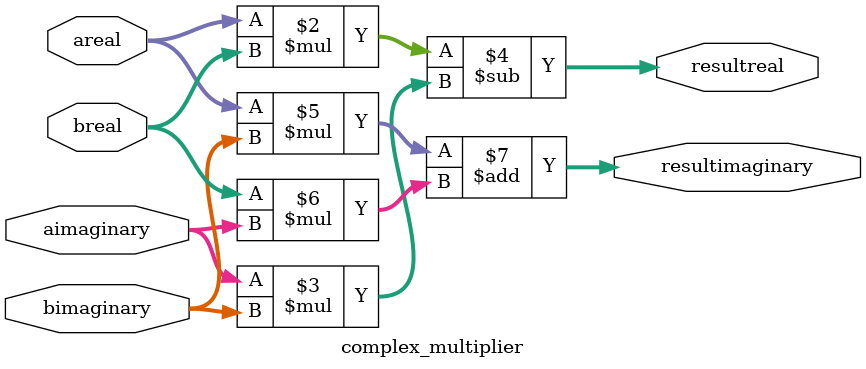
<source format=v>
`timescale 1ns / 1ps

module complex_multiplier(areal, aimaginary, breal, bimaginary, resultreal, resultimaginary);

	parameter N = 8;

	input [N-1:0] areal;
	input [N-1:0] aimaginary;
	input [N-1:0] breal;
	input [N-1:0] bimaginary;
	output reg signed [2*N-1:0] resultreal;
	output reg signed [2*N-1:0] resultimaginary;
	
	always @ (areal, aimaginary, breal, bimaginary) begin
		resultreal = areal*breal - aimaginary*bimaginary;
		resultimaginary = areal*bimaginary + breal*aimaginary;
	end

endmodule

</source>
